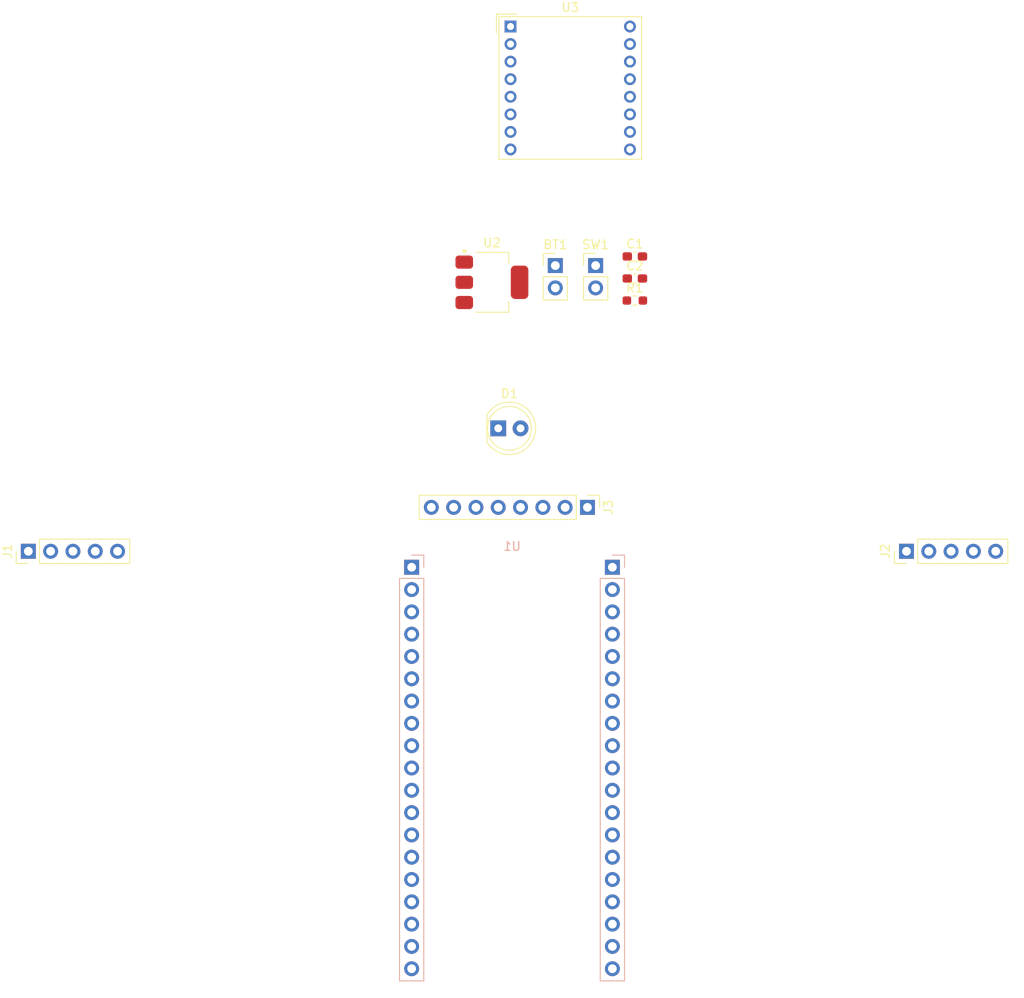
<source format=kicad_pcb>
(kicad_pcb (version 20241229) (generator "pcbnew") (generator_version "9.0")
  (layers (0 "F.Cu" signal) (2 "B.Cu" signal) (13 "F.Paste" user) (15 "B.Paste" user) (5 "F.SilkS" user "F.Silkscreen") (7 "B.SilkS" user "B.Silkscreen") (1 "F.Mask" user) (3 "B.Mask" user) (25 "Edge.Cuts" user))
  (net 0 "")
  (net 1 "Net-(BT1-+)")
  (net 2 "GND")
  (net 3 "Net-(U2-OUT)")
  (net 4 "Net-(D1-A)")
  (net 5 "+3.3V")
  (net 6 "/A1")
  (net 7 "/A0")
  (net 8 "/A2")
  (net 9 "/A3")
  (net 10 "/OLED_DC")
  (net 12 "+5V")
  (net 13 "/MOSI")
  (net 14 "/SCK")
  (net 15 "/OLED_RST")
  (net 16 "/CS2")
  (net 19 "/MISO")
  (net 21 "/CS1")
  (net 22 "/RFM_RST")
  (net 25 "/RFM_INT")
  (net 27 "/BTN1")
  (net 28 "/BTN2")
  (footprint "Connector_PinHeader_2.54mm:PinHeader_1x05_P2.54mm_Vertical" (layer "F.Cu") (at 93.49 110 90)
    (property "Reference" "J1" (at 0 -2.38 90) (layer "F.SilkS"))
    (property "Value" "Joystick_1")
    (fp_line (start -1.38 -1.38) (end 0 -1.38) (stroke (width 0.12)) (layer "F.SilkS"))
    (fp_line (start -1.38 0) (end -1.38 -1.38) (stroke (width 0.12)) (layer "F.SilkS"))
    (fp_line (start 1.38 1.27) (end 1.38 11.54) (stroke (width 0.12)) (layer "F.SilkS"))
    (fp_line (start -1.38 1.27) (end 1.38 1.27) (stroke (width 0.12)) (layer "F.SilkS"))
    (fp_line (start -1.38 1.27) (end -1.38 11.54) (stroke (width 0.12)) (layer "F.SilkS"))
    (fp_line (start -1.38 11.54) (end 1.38 11.54) (stroke (width 0.12)) (layer "F.SilkS"))
    (pad "1" thru_hole rect (at 0 0 90) (size 1.7 1.7) (drill 1) (layers "*.Cu" "*.Mask") (net 2 "GND"))
    (pad "2" thru_hole circle (at 0 2.54 90) (size 1.7 1.7) (drill 1) (layers "*.Cu" "*.Mask") (net 5 "+3.3V"))
    (pad "3" thru_hole circle (at 0 5.08 90) (size 1.7 1.7) (drill 1) (layers "*.Cu" "*.Mask") (net 7 "/A0"))
    (pad "4" thru_hole circle (at 0 7.62 90) (size 1.7 1.7) (drill 1) (layers "*.Cu" "*.Mask") (net 6 "/A1"))
    (pad "5" thru_hole circle (at 0 10.16 90) (size 1.7 1.7) (drill 1) (layers "*.Cu" "*.Mask") (net 27 "/BTN1"))
  )
  (footprint "Connector_PinHeader_2.54mm:PinHeader_1x05_P2.54mm_Vertical" (layer "F.Cu") (at 193.49 110 90)
    (property "Reference" "J2" (at 0 -2.42 90) (layer "F.SilkS"))
    (property "Value" "Joystick_2")
    (fp_line (start -1.38 -1.38) (end 0 -1.38) (stroke (width 0.12)) (layer "F.SilkS"))
    (fp_line (start -1.38 0) (end -1.38 -1.38) (stroke (width 0.12)) (layer "F.SilkS"))
    (fp_line (start 1.38 1.27) (end 1.38 11.54) (stroke (width 0.12)) (layer "F.SilkS"))
    (fp_line (start -1.38 1.27) (end 1.38 1.27) (stroke (width 0.12)) (layer "F.SilkS"))
    (fp_line (start -1.38 1.27) (end -1.38 11.54) (stroke (width 0.12)) (layer "F.SilkS"))
    (fp_line (start -1.38 11.54) (end 1.38 11.54) (stroke (width 0.12)) (layer "F.SilkS"))
    (pad "1" thru_hole rect (at 0 0 90) (size 1.7 1.7) (drill 1) (layers "*.Cu" "*.Mask") (net 2 "GND"))
    (pad "2" thru_hole circle (at 0 2.54 90) (size 1.7 1.7) (drill 1) (layers "*.Cu" "*.Mask") (net 5 "+3.3V"))
    (pad "3" thru_hole circle (at 0 5.08 90) (size 1.7 1.7) (drill 1) (layers "*.Cu" "*.Mask") (net 8 "/A2"))
    (pad "4" thru_hole circle (at 0 7.62 90) (size 1.7 1.7) (drill 1) (layers "*.Cu" "*.Mask") (net 9 "/A3"))
    (pad "5" thru_hole circle (at 0 10.16 90) (size 1.7 1.7) (drill 1) (layers "*.Cu" "*.Mask") (net 28 "/BTN2"))
  )
  (footprint "Connector_PinHeader_2.54mm:PinHeader_1x02_P2.54mm_Vertical" (layer "F.Cu") (at 153.5 77.465)
    (property "Reference" "BT1" (at 0 -2.38 0) (layer "F.SilkS"))
    (property "Value" "Battery")
    (fp_line (start -1.38 -1.38) (end 0 -1.38) (stroke (width 0.12)) (layer "F.SilkS"))
    (fp_line (start -1.38 0) (end -1.38 -1.38) (stroke (width 0.12)) (layer "F.SilkS"))
    (fp_line (start -1.38 1.27) (end -1.38 3.92) (stroke (width 0.12)) (layer "F.SilkS"))
    (fp_line (start -1.38 1.27) (end 1.38 1.27) (stroke (width 0.12)) (layer "F.SilkS"))
    (fp_line (start -1.38 3.92) (end 1.38 3.92) (stroke (width 0.12)) (layer "F.SilkS"))
    (fp_line (start 1.38 1.27) (end 1.38 3.92) (stroke (width 0.12)) (layer "F.SilkS"))
    (pad "1" thru_hole rect (at 0 0) (size 1.7 1.7) (drill 1) (layers "*.Cu" "*.Mask") (net 1 "Net-(BT1-+)"))
    (pad "2" thru_hole circle (at 0 2.54) (size 1.7 1.7) (drill 1) (layers "*.Cu" "*.Mask") (net 2 "GND"))
  )
  (footprint "Connector_PinHeader_2.54mm:PinHeader_1x02_P2.54mm_Vertical" (layer "F.Cu") (at 158.09 77.465)
    (property "Reference" "SW1" (at 0 -2.38 0) (layer "F.SilkS"))
    (property "Value" "SW_DIP_x01")
    (fp_line (start -1.38 -1.38) (end 0 -1.38) (stroke (width 0.12)) (layer "F.SilkS"))
    (fp_line (start -1.38 0) (end -1.38 -1.38) (stroke (width 0.12)) (layer "F.SilkS"))
    (fp_line (start -1.38 1.27) (end -1.38 3.92) (stroke (width 0.12)) (layer "F.SilkS"))
    (fp_line (start -1.38 1.27) (end 1.38 1.27) (stroke (width 0.12)) (layer "F.SilkS"))
    (fp_line (start -1.38 3.92) (end 1.38 3.92) (stroke (width 0.12)) (layer "F.SilkS"))
    (fp_line (start 1.38 1.27) (end 1.38 3.92) (stroke (width 0.12)) (layer "F.SilkS"))
    (pad "1" thru_hole rect (at 0 0) (size 1.7 1.7) (drill 1) (layers "*.Cu" "*.Mask") (net 3 "Net-(U2-OUT)"))
    (pad "2" thru_hole circle (at 0 2.54) (size 1.7 1.7) (drill 1) (layers "*.Cu" "*.Mask") (net 12 "+5V"))
  )
  (footprint "Capacitor_SMD:C_0603_1608Metric_Pad1.08x0.95mm_HandSolder" (layer "F.Cu") (at 162.56 78.935)
    (property "Reference" "C2" (at 0 -1.43 0) (layer "F.SilkS"))
    (property "Value" "0.1uF")
    (fp_line (start -0.146267 -0.51) (end 0.146267 -0.51) (stroke (width 0.12)) (layer "F.SilkS"))
    (fp_line (start -0.146267 0.51) (end 0.146267 0.51) (stroke (width 0.12)) (layer "F.SilkS"))
    (pad "1" smd roundrect (at -0.8625 0) (size 1.075 0.95) (layers "F.Cu" "F.Mask" "F.Paste") (net 3 "Net-(U2-OUT)"))
    (pad "2" smd roundrect (at 0.8625 0) (size 1.075 0.95) (layers "F.Cu" "F.Mask" "F.Paste") (net 2 "GND"))
  )
  (footprint "Resistor_SMD:R_0603_1608Metric_Pad0.98x0.95mm_HandSolder" (layer "F.Cu") (at 162.56 81.445)
    (property "Reference" "R1" (at 0 -1.43 0) (layer "F.SilkS"))
    (property "Value" "220")
    (fp_line (start -0.254724 -0.5225) (end 0.254724 -0.5225) (stroke (width 0.12)) (layer "F.SilkS"))
    (fp_line (start -0.254724 0.5225) (end 0.254724 0.5225) (stroke (width 0.12)) (layer "F.SilkS"))
    (pad "1" smd roundrect (at -0.9125 0) (size 0.975 0.95) (layers "F.Cu" "F.Mask" "F.Paste") (net 12 "+5V"))
    (pad "2" smd roundrect (at 0.9125 0) (size 0.975 0.95) (layers "F.Cu" "F.Mask" "F.Paste") (net 4 "Net-(D1-A)"))
  )
  (footprint "Connector_PinHeader_2.54mm:PinHeader_1x08_P2.54mm_Vertical" (layer "F.Cu") (at 157.16 105 -90)
    (property "Reference" "J3" (at 0 -2.38 90) (layer "F.SilkS"))
    (property "Value" "OLED Display")
    (fp_line (start -1.38 19.16) (end 1.38 19.16) (stroke (width 0.12)) (layer "F.SilkS"))
    (fp_line (start -1.38 1.27) (end -1.38 19.16) (stroke (width 0.12)) (layer "F.SilkS"))
    (fp_line (start -1.38 1.27) (end 1.38 1.27) (stroke (width 0.12)) (layer "F.SilkS"))
    (fp_line (start 1.38 1.27) (end 1.38 19.16) (stroke (width 0.12)) (layer "F.SilkS"))
    (fp_line (start -1.38 0) (end -1.38 -1.38) (stroke (width 0.12)) (layer "F.SilkS"))
    (fp_line (start -1.38 -1.38) (end 0 -1.38) (stroke (width 0.12)) (layer "F.SilkS"))
    (pad "1" thru_hole rect (at 0 0 270) (size 1.7 1.7) (drill 1) (layers "*.Cu" "*.Mask") (net 2 "GND"))
    (pad "2" thru_hole circle (at 0 2.54 270) (size 1.7 1.7) (drill 1) (layers "*.Cu" "*.Mask") (net 12 "+5V"))
    (pad "3" thru_hole circle (at 0 5.08 270) (size 1.7 1.7) (drill 1) (layers "*.Cu" "*.Mask"))
    (pad "4" thru_hole circle (at 0 7.62 270) (size 1.7 1.7) (drill 1) (layers "*.Cu" "*.Mask") (net 16 "/CS2"))
    (pad "5" thru_hole circle (at 0 10.16 270) (size 1.7 1.7) (drill 1) (layers "*.Cu" "*.Mask") (net 15 "/OLED_RST"))
    (pad "6" thru_hole circle (at 0 12.7 270) (size 1.7 1.7) (drill 1) (layers "*.Cu" "*.Mask") (net 10 "/OLED_DC"))
    (pad "7" thru_hole circle (at 0 15.24 270) (size 1.7 1.7) (drill 1) (layers "*.Cu" "*.Mask") (net 14 "/SCK"))
    (pad "8" thru_hole circle (at 0 17.78 270) (size 1.7 1.7) (drill 1) (layers "*.Cu" "*.Mask") (net 13 "/MOSI"))
  )
  (footprint "LED_THT:LED_D5.0mm" (layer "F.Cu") (at 147 96)
    (property "Reference" "D1" (at 1.27 -3.96 0) (layer "F.SilkS"))
    (property "Value" "LED")
    (fp_line (start -1.29 -1.545) (end -1.29 1.545) (stroke (width 0.12)) (layer "F.SilkS"))
    (fp_arc (start -1.29 -1.54483) (mid 2.071779 -2.880495) (end 4.26 0) (stroke (width 0.12)) (layer "F.SilkS"))
    (fp_arc (start 4.26 0) (mid 2.071779 2.880495) (end -1.29 1.54483) (stroke (width 0.12)) (layer "F.SilkS"))
    (fp_circle (center 1.27 0) (end 3.77 0) (stroke (width 0.12)) (fill no) (layer "F.SilkS"))
    (pad "1" thru_hole rect (at 0 0) (size 1.8 1.8) (drill 0.9) (layers "*.Cu" "*.Mask") (net 2 "GND"))
    (pad "2" thru_hole circle (at 2.54 0) (size 1.8 1.8) (drill 0.9) (layers "*.Cu" "*.Mask") (net 4 "Net-(D1-A)"))
  )
  (footprint "Package_TO_SOT_SMD:SOT-223-3_TabPin2" (layer "F.Cu") (at 146.28 79.37)
    (property "Reference" "U2" (at 0 -4.5 0) (layer "F.SilkS"))
    (property "Value" "UA78M05QDCYRQ1")
    (fp_line (start -1.85 -3.41) (end 1.91 -3.41) (stroke (width 0.12)) (layer "F.SilkS"))
    (fp_line (start -1.85 3.41) (end 1.91 3.41) (stroke (width 0.12)) (layer "F.SilkS"))
    (fp_line (start 1.91 -3.41) (end 1.91 -2.15) (stroke (width 0.12)) (layer "F.SilkS"))
    (fp_line (start 1.91 3.41) (end 1.91 2.15) (stroke (width 0.12)) (layer "F.SilkS"))
    (fp_poly (pts (xy -3.13 -3.31) (xy -3.37 -3.64) (xy -2.89 -3.64) (xy -3.13 -3.31)) (stroke (width 0.12)) (fill yes) (layer "F.SilkS"))
    (pad "1" smd roundrect (at -3.15 -2.3) (size 2 1.5) (layers "F.Cu" "F.Mask" "F.Paste") (net 1 "Net-(BT1-+)"))
    (pad "2" smd roundrect (at -3.15 0) (size 2 1.5) (layers "F.Cu" "F.Mask" "F.Paste") (net 2 "GND"))
    (pad "2" smd roundrect (at 3.15 0) (size 2 3.8) (layers "F.Cu" "F.Mask" "F.Paste") (net 2 "GND"))
    (pad "3" smd roundrect (at -3.15 2.3) (size 2 1.5) (layers "F.Cu" "F.Mask" "F.Paste") (net 3 "Net-(U2-OUT)"))
  )
  (footprint "Capacitor_SMD:C_0603_1608Metric_Pad1.08x0.95mm_HandSolder" (layer "F.Cu") (at 162.56 76.425)
    (property "Reference" "C1" (at 0 -1.43 0) (layer "F.SilkS"))
    (property "Value" "0.33uF")
    (fp_line (start -0.146267 -0.51) (end 0.146267 -0.51) (stroke (width 0.12)) (layer "F.SilkS"))
    (fp_line (start -0.146267 0.51) (end 0.146267 0.51) (stroke (width 0.12)) (layer "F.SilkS"))
    (pad "1" smd roundrect (at -0.8625 0) (size 1.075 0.95) (layers "F.Cu" "F.Mask" "F.Paste") (net 1 "Net-(BT1-+)"))
    (pad "2" smd roundrect (at 0.8625 0) (size 1.075 0.95) (layers "F.Cu" "F.Mask" "F.Paste") (net 2 "GND"))
  )
  (footprint "RF_Module:HOPERF_RFM9XW_THT" (layer "F.Cu") (at 148.4 50.24)
    (property "Reference" "U3" (at 6.8 -2.17 0) (layer "F.SilkS"))
    (property "Value" "RFM95W-868S2")
    (fp_line (start -1.6 -1.4) (end 0.7 -1.4) (stroke (width 0.12)) (layer "F.SilkS"))
    (fp_line (start -1.6 0.7) (end -1.6 -1.4) (stroke (width 0.12)) (layer "F.SilkS"))
    (fp_line (start -1.325 -1.125) (end 14.925 -1.125) (stroke (width 0.12)) (layer "F.SilkS"))
    (fp_line (start -1.325 15.125) (end -1.325 -1.125) (stroke (width 0.12)) (layer "F.SilkS"))
    (fp_line (start 14.925 -1.125) (end 14.925 15.125) (stroke (width 0.12)) (layer "F.SilkS"))
    (fp_line (start 14.925 15.125) (end -1.325 15.125) (stroke (width 0.12)) (layer "F.SilkS"))
    (pad "1" thru_hole rect (at 0 0) (size 1.35 1.35) (drill 0.8) (layers "*.Cu" "*.Mask") (net 2 "GND"))
    (pad "2" thru_hole circle (at 0 2) (size 1.35 1.35) (drill 0.8) (layers "*.Cu" "*.Mask") (net 19 "/MISO"))
    (pad "3" thru_hole circle (at 0 4) (size 1.35 1.35) (drill 0.8) (layers "*.Cu" "*.Mask") (net 13 "/MOSI"))
    (pad "4" thru_hole circle (at 0 6) (size 1.35 1.35) (drill 0.8) (layers "*.Cu" "*.Mask") (net 14 "/SCK"))
    (pad "5" thru_hole circle (at 0 8) (size 1.35 1.35) (drill 0.8) (layers "*.Cu" "*.Mask") (net 21 "/CS1"))
    (pad "6" thru_hole circle (at 0 10) (size 1.35 1.35) (drill 0.8) (layers "*.Cu" "*.Mask") (net 22 "/RFM_RST"))
    (pad "7" thru_hole circle (at 0 12) (size 1.35 1.35) (drill 0.8) (layers "*.Cu" "*.Mask"))
    (pad "8" thru_hole circle (at 0 14) (size 1.35 1.35) (drill 0.8) (layers "*.Cu" "*.Mask") (net 2 "GND"))
    (pad "9" thru_hole circle (at 13.6 14) (size 1.35 1.35) (drill 0.8) (layers "*.Cu" "*.Mask"))
    (pad "10" thru_hole circle (at 13.6 12) (size 1.35 1.35) (drill 0.8) (layers "*.Cu" "*.Mask") (net 2 "GND"))
    (pad "11" thru_hole circle (at 13.6 10) (size 1.35 1.35) (drill 0.8) (layers "*.Cu" "*.Mask"))
    (pad "12" thru_hole circle (at 13.6 8) (size 1.35 1.35) (drill 0.8) (layers "*.Cu" "*.Mask"))
    (pad "13" thru_hole circle (at 13.6 6) (size 1.35 1.35) (drill 0.8) (layers "*.Cu" "*.Mask") (net 5 "+3.3V"))
    (pad "14" thru_hole circle (at 13.6 4) (size 1.35 1.35) (drill 0.8) (layers "*.Cu" "*.Mask") (net 25 "/RFM_INT"))
    (pad "15" thru_hole circle (at 13.6 2) (size 1.35 1.35) (drill 0.8) (layers "*.Cu" "*.Mask"))
    (pad "16" thru_hole circle (at 13.6 0) (size 1.35 1.35) (drill 0.8) (layers "*.Cu" "*.Mask"))
  )
  (footprint "controller:NodeMCU-32S" (layer "B.Cu") (at 148.57 110.04 180)
    (property "Reference" "U1" (at 0 0.6 0) (layer "B.SilkS") (effects (justify mirror)))
    (property "Value" "NodeMCU-32S")
    (fp_line (start 12.81 -3.05) (end 12.81 -48.88) (stroke (width 0.12)) (layer "B.SilkS"))
    (fp_line (start 10.05 -0.4) (end 11.43 -0.4) (stroke (width 0.12)) (layer "B.SilkS"))
    (fp_line (start 10.05 -1.78) (end 10.05 -0.4) (stroke (width 0.12)) (layer "B.SilkS"))
    (fp_line (start 10.05 -3.05) (end 12.81 -3.05) (stroke (width 0.12)) (layer "B.SilkS"))
    (fp_line (start 10.05 -3.05) (end 10.05 -48.88) (stroke (width 0.12)) (layer "B.SilkS"))
    (fp_line (start 10.05 -48.88) (end 12.81 -48.88) (stroke (width 0.12)) (layer "B.SilkS"))
    (fp_line (start -10.05 -3.05) (end -10.05 -48.88) (stroke (width 0.12)) (layer "B.SilkS"))
    (fp_line (start -12.81 -0.4) (end -11.43 -0.4) (stroke (width 0.12)) (layer "B.SilkS"))
    (fp_line (start -12.81 -1.78) (end -12.81 -0.4) (stroke (width 0.12)) (layer "B.SilkS"))
    (fp_line (start -12.81 -3.05) (end -10.05 -3.05) (stroke (width 0.12)) (layer "B.SilkS"))
    (fp_line (start -12.81 -3.05) (end -12.81 -48.88) (stroke (width 0.12)) (layer "B.SilkS"))
    (fp_line (start -12.81 -48.88) (end -10.05 -48.88) (stroke (width 0.12)) (layer "B.SilkS"))
    (pad "1" thru_hole rect (at -11.43 -1.78 180) (size 1.7 1.7) (drill 1) (layers "*.Cu" "*.Mask") (net 5 "+3.3V"))
    (pad "2" thru_hole circle (at -11.43 -4.32 180) (size 1.7 1.7) (drill 1) (layers "*.Cu" "*.Mask"))
    (pad "3" thru_hole circle (at -11.43 -6.86 180) (size 1.7 1.7) (drill 1) (layers "*.Cu" "*.Mask") (net 7 "/A0"))
    (pad "4" thru_hole circle (at -11.43 -9.4 180) (size 1.7 1.7) (drill 1) (layers "*.Cu" "*.Mask") (net 6 "/A1"))
    (pad "5" thru_hole circle (at -11.43 -11.94 180) (size 1.7 1.7) (drill 1) (layers "*.Cu" "*.Mask") (net 8 "/A2"))
    (pad "6" thru_hole circle (at -11.43 -14.48 180) (size 1.7 1.7) (drill 1) (layers "*.Cu" "*.Mask") (net 9 "/A3"))
    (pad "7" thru_hole circle (at -11.43 -17.02 180) (size 1.7 1.7) (drill 1) (layers "*.Cu" "*.Mask"))
    (pad "8" thru_hole circle (at -11.43 -19.56 180) (size 1.7 1.7) (drill 1) (layers "*.Cu" "*.Mask"))
    (pad "9" thru_hole circle (at -11.43 -22.1 180) (size 1.7 1.7) (drill 1) (layers "*.Cu" "*.Mask"))
    (pad "10" thru_hole circle (at -11.43 -24.64 180) (size 1.7 1.7) (drill 1) (layers "*.Cu" "*.Mask") (net 27 "/BTN1"))
    (pad "11" thru_hole circle (at -11.43 -27.18 180) (size 1.7 1.7) (drill 1) (layers "*.Cu" "*.Mask") (net 28 "/BTN2"))
    (pad "12" thru_hole circle (at -11.43 -29.72 180) (size 1.7 1.7) (drill 1) (layers "*.Cu" "*.Mask"))
    (pad "13" thru_hole circle (at -11.43 -32.26 180) (size 1.7 1.7) (drill 1) (layers "*.Cu" "*.Mask"))
    (pad "14" thru_hole circle (at -11.43 -34.8 180) (size 1.7 1.7) (drill 1) (layers "*.Cu" "*.Mask"))
    (pad "15" thru_hole circle (at -11.43 -37.34 180) (size 1.7 1.7) (drill 1) (layers "*.Cu" "*.Mask"))
    (pad "16" thru_hole circle (at -11.43 -39.88 180) (size 1.7 1.7) (drill 1) (layers "*.Cu" "*.Mask"))
    (pad "17" thru_hole circle (at -11.43 -42.42 180) (size 1.7 1.7) (drill 1) (layers "*.Cu" "*.Mask"))
    (pad "18" thru_hole circle (at -11.43 -44.96 180) (size 1.7 1.7) (drill 1) (layers "*.Cu" "*.Mask"))
    (pad "19" thru_hole circle (at -11.43 -47.5 180) (size 1.7 1.7) (drill 1) (layers "*.Cu" "*.Mask") (net 12 "+5V"))
    (pad "20" thru_hole circle (at 11.43 -47.5 180) (size 1.7 1.7) (drill 1) (layers "*.Cu" "*.Mask"))
    (pad "21" thru_hole circle (at 11.43 -44.96 180) (size 1.7 1.7) (drill 1) (layers "*.Cu" "*.Mask"))
    (pad "22" thru_hole circle (at 11.43 -42.42 180) (size 1.7 1.7) (drill 1) (layers "*.Cu" "*.Mask"))
    (pad "23" thru_hole circle (at 11.43 -39.88 180) (size 1.7 1.7) (drill 1) (layers "*.Cu" "*.Mask"))
    (pad "24" thru_hole circle (at 11.43 -37.34 180) (size 1.7 1.7) (drill 1) (layers "*.Cu" "*.Mask"))
    (pad "25" thru_hole circle (at 11.43 -34.8 180) (size 1.7 1.7) (drill 1) (layers "*.Cu" "*.Mask") (net 25 "/RFM_INT"))
    (pad "26" thru_hole circle (at 11.43 -32.26 180) (size 1.7 1.7) (drill 1) (layers "*.Cu" "*.Mask") (net 22 "/RFM_RST"))
    (pad "27" thru_hole circle (at 11.43 -29.72 180) (size 1.7 1.7) (drill 1) (layers "*.Cu" "*.Mask") (net 15 "/OLED_RST"))
    (pad "28" thru_hole circle (at 11.43 -27.18 180) (size 1.7 1.7) (drill 1) (layers "*.Cu" "*.Mask") (net 16 "/CS2"))
    (pad "29" thru_hole circle (at 11.43 -24.64 180) (size 1.7 1.7) (drill 1) (layers "*.Cu" "*.Mask") (net 21 "/CS1"))
    (pad "30" thru_hole circle (at 11.43 -22.1 180) (size 1.7 1.7) (drill 1) (layers "*.Cu" "*.Mask") (net 14 "/SCK"))
    (pad "31" thru_hole circle (at 11.43 -19.56 180) (size 1.7 1.7) (drill 1) (layers "*.Cu" "*.Mask") (net 19 "/MISO"))
    (pad "32" thru_hole circle (at 11.43 -17.02 180) (size 1.7 1.7) (drill 1) (layers "*.Cu" "*.Mask"))
    (pad "33" thru_hole circle (at 11.43 -14.48 180) (size 1.7 1.7) (drill 1) (layers "*.Cu" "*.Mask"))
    (pad "34" thru_hole circle (at 11.43 -11.94 180) (size 1.7 1.7) (drill 1) (layers "*.Cu" "*.Mask"))
    (pad "35" thru_hole circle (at 11.43 -9.4 180) (size 1.7 1.7) (drill 1) (layers "*.Cu" "*.Mask"))
    (pad "36" thru_hole circle (at 11.43 -6.86 180) (size 1.7 1.7) (drill 1) (layers "*.Cu" "*.Mask"))
    (pad "37" thru_hole circle (at 11.43 -4.32 180) (size 1.7 1.7) (drill 1) (layers "*.Cu" "*.Mask") (net 13 "/MOSI"))
    (pad "38" thru_hole rect (at 11.43 -1.78 180) (size 1.7 1.7) (drill 1) (layers "*.Cu" "*.Mask") (net 2 "GND"))
  )
)
</source>
